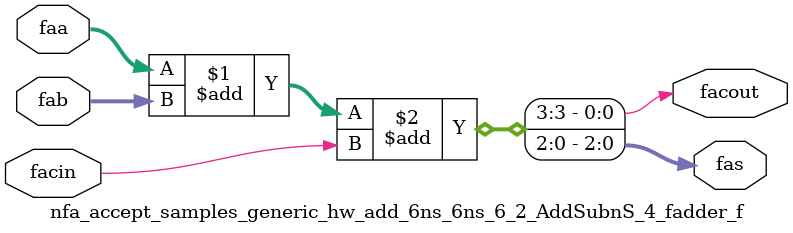
<source format=v>
module nfa_accept_samples_generic_hw_add_6ns_6ns_6_2_AddSubnS_4_fadder_f 
#(parameter
    N = 3
)(
    input  [N-1 : 0]  faa,
    input  [N-1 : 0]  fab,
    input  wire  facin,
    output [N-1 : 0]  fas,
    output wire  facout
);
assign {facout, fas} = faa + fab + facin;
endmodule
</source>
